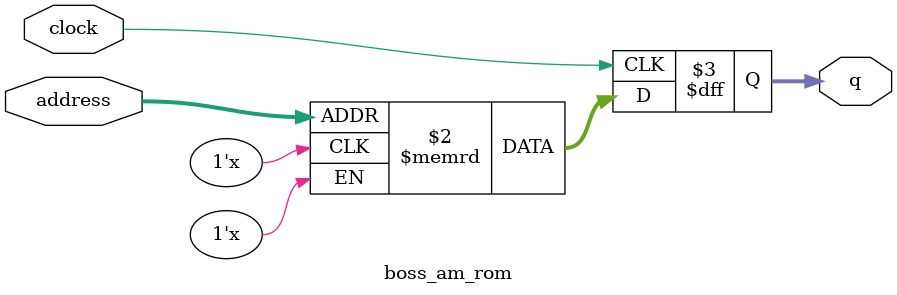
<source format=sv>
module boss_am_rom (
	input logic clock,
	input logic [11:0] address,
	output logic [3:0] q
);

logic [3:0] memory [0:2499] /* synthesis ram_init_file = "./boss_am/boss_am.mif" */;

always_ff @ (posedge clock) begin
	q <= memory[address];
end

endmodule

</source>
